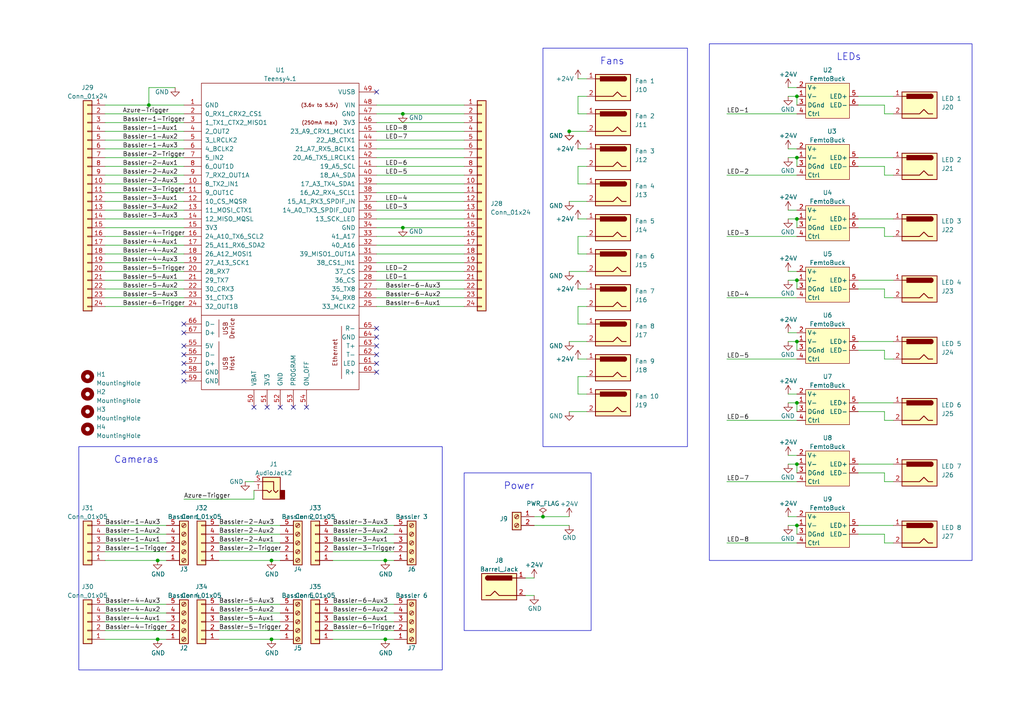
<source format=kicad_sch>
(kicad_sch (version 20230121) (generator eeschema)
  (paper "A4")
  (lib_symbols
    (symbol "Connector:Barrel_Jack" (pin_names (offset 1.016))
      (property "Reference" "J" (at 0 5.334 0))
      (property "Value" "Barrel_Jack" (at 0 -5.08 0))
      (symbol "Barrel_Jack_0_1"
        (rectangle (start -5.08 3.81) (end 5.08 -3.81) (stroke (width 0.254)) (fill (type background)))
        (arc (start -3.302 3.175) (mid -3.9343 2.54) (end -3.302 1.905) (stroke (width 0.254)))
        (arc (start -3.302 3.175) (mid -3.9343 2.54) (end -3.302 1.905) (stroke (width 0.254)) (fill (type outline)))
        (polyline (pts (xy 5.08 2.54) (xy 3.81 2.54)) (stroke (width 0.254)))
        (polyline (pts (xy -3.81 -2.54) (xy -2.54 -2.54) (xy -1.27 -1.27) (xy 0 -2.54) (xy 2.54 -2.54) (xy 5.08 -2.54)) (stroke (width 0.254)))
        (rectangle (start 3.683 3.175) (end -3.302 1.905) (stroke (width 0.254)) (fill (type outline)))
      )
      (symbol "Barrel_Jack_1_1"
        (pin passive line (at 7.62 2.54 180) (length 2.54) (name "~") (number "1"))
        (pin passive line (at 7.62 -2.54 180) (length 2.54) (name "~") (number "2"))
      )
    )
    (symbol "Connector:Screw_Terminal_01x02" (pin_names (offset 1.016) hide)
      (property "Reference" "J" (at 0 2.54 0))
      (property "Value" "Screw_Terminal_01x02" (at 0 -5.08 0))
      (symbol "Screw_Terminal_01x02_1_1"
        (rectangle (start -1.27 1.27) (end 1.27 -3.81) (stroke (width 0.254)) (fill (type background)))
        (circle (center 0 -2.54) (radius 0.635) (stroke (width 0.1524)))
        (polyline (pts (xy -0.5334 -2.2098) (xy 0.3302 -3.048)) (stroke (width 0.1524)))
        (polyline (pts (xy -0.5334 0.3302) (xy 0.3302 -0.508)) (stroke (width 0.1524)))
        (polyline (pts (xy -0.3556 -2.032) (xy 0.508 -2.8702)) (stroke (width 0.1524)))
        (polyline (pts (xy -0.3556 0.508) (xy 0.508 -0.3302)) (stroke (width 0.1524)))
        (circle (center 0 0) (radius 0.635) (stroke (width 0.1524)))
        (pin passive line (at -5.08 0 0) (length 3.81) (name "Pin_1") (number "1"))
        (pin passive line (at -5.08 -2.54 0) (length 3.81) (name "Pin_2") (number "2"))
      )
    )
    (symbol "Connector:Screw_Terminal_01x05" (pin_names (offset 1.016) hide)
      (property "Reference" "J" (at 0 7.62 0))
      (property "Value" "Screw_Terminal_01x05" (at 0 -7.62 0))
      (symbol "Screw_Terminal_01x05_1_1"
        (rectangle (start -1.27 6.35) (end 1.27 -6.35) (stroke (width 0.254)) (fill (type background)))
        (circle (center 0 -5.08) (radius 0.635) (stroke (width 0.1524)))
        (circle (center 0 -2.54) (radius 0.635) (stroke (width 0.1524)))
        (polyline (pts (xy -0.5334 -4.7498) (xy 0.3302 -5.588)) (stroke (width 0.1524)))
        (polyline (pts (xy -0.5334 -2.2098) (xy 0.3302 -3.048)) (stroke (width 0.1524)))
        (polyline (pts (xy -0.5334 0.3302) (xy 0.3302 -0.508)) (stroke (width 0.1524)))
        (polyline (pts (xy -0.5334 2.8702) (xy 0.3302 2.032)) (stroke (width 0.1524)))
        (polyline (pts (xy -0.5334 5.4102) (xy 0.3302 4.572)) (stroke (width 0.1524)))
        (polyline (pts (xy -0.3556 -4.572) (xy 0.508 -5.4102)) (stroke (width 0.1524)))
        (polyline (pts (xy -0.3556 -2.032) (xy 0.508 -2.8702)) (stroke (width 0.1524)))
        (polyline (pts (xy -0.3556 0.508) (xy 0.508 -0.3302)) (stroke (width 0.1524)))
        (polyline (pts (xy -0.3556 3.048) (xy 0.508 2.2098)) (stroke (width 0.1524)))
        (polyline (pts (xy -0.3556 5.588) (xy 0.508 4.7498)) (stroke (width 0.1524)))
        (circle (center 0 0) (radius 0.635) (stroke (width 0.1524)))
        (circle (center 0 2.54) (radius 0.635) (stroke (width 0.1524)))
        (circle (center 0 5.08) (radius 0.635) (stroke (width 0.1524)))
        (pin passive line (at -5.08 5.08 0) (length 3.81) (name "Pin_1") (number "1"))
        (pin passive line (at -5.08 2.54 0) (length 3.81) (name "Pin_2") (number "2"))
        (pin passive line (at -5.08 0 0) (length 3.81) (name "Pin_3") (number "3"))
        (pin passive line (at -5.08 -2.54 0) (length 3.81) (name "Pin_4") (number "4"))
        (pin passive line (at -5.08 -5.08 0) (length 3.81) (name "Pin_5") (number "5"))
      )
    )
    (symbol "Connector_Audio:AudioJack2"
      (property "Reference" "J" (at 0 8.89 0))
      (property "Value" "AudioJack2" (at 0 6.35 0))
      (symbol "AudioJack2_0_1"
        (rectangle (start -3.81 0) (end -2.54 -2.54) (stroke (width 0.254)) (fill (type outline)))
        (rectangle (start -2.54 3.81) (end 2.54 -2.54) (stroke (width 0.254)) (fill (type background)))
        (polyline (pts (xy 0 0) (xy 0.635 -0.635) (xy 1.27 0) (xy 2.54 0)) (stroke (width 0.254)))
        (polyline (pts (xy 2.54 2.54) (xy -0.635 2.54) (xy -0.635 0) (xy -1.27 -0.635) (xy -1.905 0)) (stroke (width 0.254)))
      )
      (symbol "AudioJack2_1_1"
        (pin passive line (at 5.08 2.54 180) (length 2.54) (name "~") (number "S"))
        (pin passive line (at 5.08 0 180) (length 2.54) (name "~") (number "T"))
      )
    )
    (symbol "Connector_Generic:Conn_01x05" (pin_names (offset 1.016) hide)
      (property "Reference" "J" (at 0 7.62 0))
      (property "Value" "Conn_01x05" (at 0 -7.62 0))
      (symbol "Conn_01x05_1_1"
        (rectangle (start -1.27 -4.953) (end 0 -5.207) (stroke (width 0.1524)))
        (rectangle (start -1.27 -2.413) (end 0 -2.667) (stroke (width 0.1524)))
        (rectangle (start -1.27 0.127) (end 0 -0.127) (stroke (width 0.1524)))
        (rectangle (start -1.27 2.667) (end 0 2.413) (stroke (width 0.1524)))
        (rectangle (start -1.27 5.207) (end 0 4.953) (stroke (width 0.1524)))
        (rectangle (start -1.27 6.35) (end 1.27 -6.35) (stroke (width 0.254)) (fill (type background)))
        (pin passive line (at -5.08 5.08 0) (length 3.81) (name "Pin_1") (number "1"))
        (pin passive line (at -5.08 2.54 0) (length 3.81) (name "Pin_2") (number "2"))
        (pin passive line (at -5.08 0 0) (length 3.81) (name "Pin_3") (number "3"))
        (pin passive line (at -5.08 -2.54 0) (length 3.81) (name "Pin_4") (number "4"))
        (pin passive line (at -5.08 -5.08 0) (length 3.81) (name "Pin_5") (number "5"))
      )
    )
    (symbol "Connector_Generic:Conn_01x24" (pin_names (offset 1.016) hide)
      (property "Reference" "J" (at 0 30.48 0))
      (property "Value" "Conn_01x24" (at 0 -33.02 0))
      (symbol "Conn_01x24_1_1"
        (rectangle (start -1.27 -30.353) (end 0 -30.607) (stroke (width 0.1524)))
        (rectangle (start -1.27 -27.813) (end 0 -28.067) (stroke (width 0.1524)))
        (rectangle (start -1.27 -25.273) (end 0 -25.527) (stroke (width 0.1524)))
        (rectangle (start -1.27 -22.733) (end 0 -22.987) (stroke (width 0.1524)))
        (rectangle (start -1.27 -20.193) (end 0 -20.447) (stroke (width 0.1524)))
        (rectangle (start -1.27 -17.653) (end 0 -17.907) (stroke (width 0.1524)))
        (rectangle (start -1.27 -15.113) (end 0 -15.367) (stroke (width 0.1524)))
        (rectangle (start -1.27 -12.573) (end 0 -12.827) (stroke (width 0.1524)))
        (rectangle (start -1.27 -10.033) (end 0 -10.287) (stroke (width 0.1524)))
        (rectangle (start -1.27 -7.493) (end 0 -7.747) (stroke (width 0.1524)))
        (rectangle (start -1.27 -4.953) (end 0 -5.207) (stroke (width 0.1524)))
        (rectangle (start -1.27 -2.413) (end 0 -2.667) (stroke (width 0.1524)))
        (rectangle (start -1.27 0.127) (end 0 -0.127) (stroke (width 0.1524)))
        (rectangle (start -1.27 2.667) (end 0 2.413) (stroke (width 0.1524)))
        (rectangle (start -1.27 5.207) (end 0 4.953) (stroke (width 0.1524)))
        (rectangle (start -1.27 7.747) (end 0 7.493) (stroke (width 0.1524)))
        (rectangle (start -1.27 10.287) (end 0 10.033) (stroke (width 0.1524)))
        (rectangle (start -1.27 12.827) (end 0 12.573) (stroke (width 0.1524)))
        (rectangle (start -1.27 15.367) (end 0 15.113) (stroke (width 0.1524)))
        (rectangle (start -1.27 17.907) (end 0 17.653) (stroke (width 0.1524)))
        (rectangle (start -1.27 20.447) (end 0 20.193) (stroke (width 0.1524)))
        (rectangle (start -1.27 22.987) (end 0 22.733) (stroke (width 0.1524)))
        (rectangle (start -1.27 25.527) (end 0 25.273) (stroke (width 0.1524)))
        (rectangle (start -1.27 28.067) (end 0 27.813) (stroke (width 0.1524)))
        (rectangle (start -1.27 29.21) (end 1.27 -31.75) (stroke (width 0.254)) (fill (type background)))
        (pin passive line (at -5.08 27.94 0) (length 3.81) (name "Pin_1") (number "1"))
        (pin passive line (at -5.08 5.08 0) (length 3.81) (name "Pin_10") (number "10"))
        (pin passive line (at -5.08 2.54 0) (length 3.81) (name "Pin_11") (number "11"))
        (pin passive line (at -5.08 0 0) (length 3.81) (name "Pin_12") (number "12"))
        (pin passive line (at -5.08 -2.54 0) (length 3.81) (name "Pin_13") (number "13"))
        (pin passive line (at -5.08 -5.08 0) (length 3.81) (name "Pin_14") (number "14"))
        (pin passive line (at -5.08 -7.62 0) (length 3.81) (name "Pin_15") (number "15"))
        (pin passive line (at -5.08 -10.16 0) (length 3.81) (name "Pin_16") (number "16"))
        (pin passive line (at -5.08 -12.7 0) (length 3.81) (name "Pin_17") (number "17"))
        (pin passive line (at -5.08 -15.24 0) (length 3.81) (name "Pin_18") (number "18"))
        (pin passive line (at -5.08 -17.78 0) (length 3.81) (name "Pin_19") (number "19"))
        (pin passive line (at -5.08 25.4 0) (length 3.81) (name "Pin_2") (number "2"))
        (pin passive line (at -5.08 -20.32 0) (length 3.81) (name "Pin_20") (number "20"))
        (pin passive line (at -5.08 -22.86 0) (length 3.81) (name "Pin_21") (number "21"))
        (pin passive line (at -5.08 -25.4 0) (length 3.81) (name "Pin_22") (number "22"))
        (pin passive line (at -5.08 -27.94 0) (length 3.81) (name "Pin_23") (number "23"))
        (pin passive line (at -5.08 -30.48 0) (length 3.81) (name "Pin_24") (number "24"))
        (pin passive line (at -5.08 22.86 0) (length 3.81) (name "Pin_3") (number "3"))
        (pin passive line (at -5.08 20.32 0) (length 3.81) (name "Pin_4") (number "4"))
        (pin passive line (at -5.08 17.78 0) (length 3.81) (name "Pin_5") (number "5"))
        (pin passive line (at -5.08 15.24 0) (length 3.81) (name "Pin_6") (number "6"))
        (pin passive line (at -5.08 12.7 0) (length 3.81) (name "Pin_7") (number "7"))
        (pin passive line (at -5.08 10.16 0) (length 3.81) (name "Pin_8") (number "8"))
        (pin passive line (at -5.08 7.62 0) (length 3.81) (name "Pin_9") (number "9"))
      )
    )
    (symbol "Local_Library:FemtoBuck"
      (property "Reference" "U" (at -1.27 2.54 0))
      (property "Value" "FemtoBuck" (at 1.27 -10.16 0))
      (symbol "FemtoBuck_1_1"
        (rectangle (start -5.08 1.27) (end 7.62 -8.89) (fill (type background)))
        (pin power_in line (at -7.62 -2.54 0) (length 2.54) (name "V-") (number "1"))
        (pin power_in line (at -7.62 0 0) (length 2.54) (name "V+") (number "2"))
        (pin input line (at -7.62 -5.08 0) (length 2.54) (name "DGnd") (number "3"))
        (pin input line (at -7.62 -7.62 0) (length 2.54) (name "Ctrl") (number "4"))
        (pin power_out line (at 10.16 -2.54 180) (length 2.54) (name "LED+") (number "5"))
        (pin power_out line (at 10.16 -5.08 180) (length 2.54) (name "LED-") (number "6"))
      )
    )
    (symbol "Mechanical:MountingHole" (pin_names (offset 1.016))
      (property "Reference" "H" (at 0 5.08 0))
      (property "Value" "MountingHole" (at 0 3.175 0))
      (symbol "MountingHole_0_1"
        (circle (center 0 0) (radius 1.27) (stroke (width 1.27)))
      )
    )
    (symbol "power:+24V" (power) (pin_names (offset 0))
      (property "Value" "+24V" (at 0 3.556 0))
      (symbol "+24V_0_1"
        (polyline (pts (xy -0.762 1.27) (xy 0 2.54)))
        (polyline (pts (xy 0 0) (xy 0 2.54)))
        (polyline (pts (xy 0 2.54) (xy 0.762 1.27)))
      )
      (symbol "+24V_1_1"
        (pin power_in line (at 0 0 90) (length 0) hide (name "+24V") (number "1"))
      )
    )
    (symbol "power:GND" (power) (pin_names (offset 0))
      (property "Value" "GND" (at 0 -3.81 0))
      (symbol "GND_0_1"
        (polyline (pts (xy 0 0) (xy 0 -1.27) (xy 1.27 -1.27) (xy 0 -2.54) (xy -1.27 -1.27) (xy 0 -1.27)))
      )
      (symbol "GND_1_1"
        (pin power_in line (at 0 0 270) (length 0) hide (name "GND") (number "1"))
      )
    )
    (symbol "power:PWR_FLAG" (power) (pin_numbers hide) (pin_names (offset 0) hide)
      (property "Value" "PWR_FLAG" (at 0 3.81 0))
      (symbol "PWR_FLAG_0_0"
        (pin power_out line (at 0 0 90) (length 0) (name "pwr") (number "1"))
      )
      (symbol "PWR_FLAG_0_1"
        (polyline (pts (xy 0 0) (xy 0 1.27) (xy -1.016 1.905) (xy 0 2.54) (xy 1.016 1.905) (xy 0 1.27)))
      )
    )
    (symbol "teensy:Teensy4.1" (pin_names (offset 1.016))
      (property "Reference" "U" (at 0 64.77 0))
      (property "Value" "Teensy4.1" (at 0 62.23 0))
      (symbol "Teensy4.1_0_0"
        (polyline (pts (xy -22.86 -6.35) (xy 22.86 -6.35)))
        (polyline (pts (xy -17.78 -26.67) (xy -17.78 -13.97)))
        (polyline (pts (xy -17.78 -7.62) (xy -17.78 -12.7)))
        (polyline (pts (xy 17.78 -9.525) (xy 17.78 -24.765)))
        (text "(250mA max)" (at 11.43 49.53 0) (effects (font (size 1.016 1.016))))
        (text "(3.6v to 5.5v)" (at 11.43 54.61 0) (effects (font (size 1.016 1.016))))
        (text "Device" (at -13.97 -10.16 900) (effects (font (size 1.27 1.27))))
        (text "Ethernet" (at 15.875 -17.145 900) (effects (font (size 1.27 1.27))))
        (text "Host" (at -13.97 -20.32 900) (effects (font (size 1.27 1.27))))
        (text "USB" (at -15.875 -20.32 900) (effects (font (size 1.27 1.27))))
        (text "USB" (at -15.875 -10.16 900) (effects (font (size 1.27 1.27))))
        (pin bidirectional line (at -27.94 31.75 0) (length 5.08) (name "8_TX2_IN1") (number "10"))
        (pin bidirectional line (at -27.94 29.21 0) (length 5.08) (name "9_OUT1C") (number "11"))
        (pin bidirectional line (at -27.94 26.67 0) (length 5.08) (name "10_CS_MQSR") (number "12"))
        (pin bidirectional line (at -27.94 24.13 0) (length 5.08) (name "11_MOSI_CTX1") (number "13"))
        (pin bidirectional line (at -27.94 21.59 0) (length 5.08) (name "12_MISO_MQSL") (number "14"))
        (pin power_in line (at -27.94 19.05 0) (length 5.08) (name "3V3") (number "15"))
        (pin bidirectional line (at -27.94 16.51 0) (length 5.08) (name "24_A10_TX6_SCL2") (number "16"))
        (pin bidirectional line (at -27.94 13.97 0) (length 5.08) (name "25_A11_RX6_SDA2") (number "17"))
        (pin bidirectional line (at -27.94 11.43 0) (length 5.08) (name "26_A12_MOSI1") (number "18"))
        (pin bidirectional line (at -27.94 8.89 0) (length 5.08) (name "27_A13_SCK1") (number "19"))
        (pin bidirectional line (at -27.94 6.35 0) (length 5.08) (name "28_RX7") (number "20"))
        (pin bidirectional line (at -27.94 3.81 0) (length 5.08) (name "29_TX7") (number "21"))
        (pin bidirectional line (at -27.94 1.27 0) (length 5.08) (name "30_CRX3") (number "22"))
        (pin bidirectional line (at -27.94 -1.27 0) (length 5.08) (name "31_CTX3") (number "23"))
        (pin bidirectional line (at -27.94 -3.81 0) (length 5.08) (name "32_OUT1B") (number "24"))
        (pin bidirectional line (at 27.94 -3.81 180) (length 5.08) (name "33_MCLK2") (number "25"))
        (pin bidirectional line (at 27.94 -1.27 180) (length 5.08) (name "34_RX8") (number "26"))
        (pin bidirectional line (at 27.94 1.27 180) (length 5.08) (name "35_TX8") (number "27"))
        (pin bidirectional line (at 27.94 3.81 180) (length 5.08) (name "36_CS") (number "28"))
        (pin bidirectional line (at 27.94 6.35 180) (length 5.08) (name "37_CS") (number "29"))
        (pin bidirectional line (at 27.94 8.89 180) (length 5.08) (name "38_CS1_IN1") (number "30"))
        (pin bidirectional line (at 27.94 11.43 180) (length 5.08) (name "39_MISO1_OUT1A") (number "31"))
        (pin bidirectional line (at 27.94 13.97 180) (length 5.08) (name "40_A16") (number "32"))
        (pin bidirectional line (at 27.94 16.51 180) (length 5.08) (name "41_A17") (number "33"))
        (pin bidirectional line (at 27.94 21.59 180) (length 5.08) (name "13_SCK_LED") (number "35"))
        (pin bidirectional line (at 27.94 24.13 180) (length 5.08) (name "14_A0_TX3_SPDIF_OUT") (number "36"))
        (pin bidirectional line (at 27.94 26.67 180) (length 5.08) (name "15_A1_RX3_SPDIF_IN") (number "37"))
        (pin bidirectional line (at 27.94 29.21 180) (length 5.08) (name "16_A2_RX4_SCL1") (number "38"))
        (pin bidirectional line (at 27.94 31.75 180) (length 5.08) (name "17_A3_TX4_SDA1") (number "39"))
        (pin bidirectional line (at 27.94 34.29 180) (length 5.08) (name "18_A4_SDA") (number "40"))
        (pin bidirectional line (at 27.94 36.83 180) (length 5.08) (name "19_A5_SCL") (number "41"))
        (pin bidirectional line (at 27.94 39.37 180) (length 5.08) (name "20_A6_TX5_LRCLK1") (number "42"))
        (pin bidirectional line (at 27.94 41.91 180) (length 5.08) (name "21_A7_RX5_BCLK1") (number "43"))
        (pin bidirectional line (at 27.94 44.45 180) (length 5.08) (name "22_A8_CTX1") (number "44"))
        (pin bidirectional line (at 27.94 46.99 180) (length 5.08) (name "23_A9_CRX1_MCLK1") (number "45"))
        (pin output line (at 27.94 49.53 180) (length 5.08) (name "3V3") (number "46"))
        (pin output line (at 27.94 52.07 180) (length 5.08) (name "GND") (number "47"))
        (pin power_in line (at 27.94 54.61 180) (length 5.08) (name "VIN") (number "48"))
        (pin power_out line (at 27.94 58.42 180) (length 5.08) (name "VUSB") (number "49"))
        (pin bidirectional line (at -27.94 44.45 0) (length 5.08) (name "3_LRCLK2") (number "5"))
        (pin power_in line (at -7.62 -33.02 90) (length 5.08) (name "VBAT") (number "50"))
        (pin power_in line (at -3.81 -33.02 90) (length 5.08) (name "3V3") (number "51"))
        (pin input line (at 0 -33.02 90) (length 5.08) (name "GND") (number "52"))
        (pin input line (at 3.81 -33.02 90) (length 5.08) (name "PROGRAM") (number "53"))
        (pin input line (at 7.62 -33.02 90) (length 5.08) (name "ON_OFF") (number "54"))
        (pin power_out line (at -27.94 -15.24 0) (length 5.08) (name "5V") (number "55"))
        (pin bidirectional line (at -27.94 -17.78 0) (length 5.08) (name "D-") (number "56"))
        (pin bidirectional line (at -27.94 -20.32 0) (length 5.08) (name "D+") (number "57"))
        (pin power_in line (at -27.94 -22.86 0) (length 5.08) (name "GND") (number "58"))
        (pin power_in line (at -27.94 -25.4 0) (length 5.08) (name "GND") (number "59"))
        (pin bidirectional line (at -27.94 41.91 0) (length 5.08) (name "4_BCLK2") (number "6"))
        (pin bidirectional line (at 27.94 -22.86 180) (length 5.08) (name "R+") (number "60"))
        (pin bidirectional line (at 27.94 -20.32 180) (length 5.08) (name "LED") (number "61"))
        (pin bidirectional line (at 27.94 -17.78 180) (length 5.08) (name "T-") (number "62"))
        (pin bidirectional line (at 27.94 -15.24 180) (length 5.08) (name "T+") (number "63"))
        (pin power_in line (at 27.94 -12.7 180) (length 5.08) (name "GND") (number "64"))
        (pin bidirectional line (at 27.94 -10.16 180) (length 5.08) (name "R-") (number "65"))
        (pin bidirectional line (at -27.94 -8.89 0) (length 5.08) (name "D-") (number "66"))
        (pin bidirectional line (at -27.94 -11.43 0) (length 5.08) (name "D+") (number "67"))
        (pin bidirectional line (at -27.94 39.37 0) (length 5.08) (name "5_IN2") (number "7"))
        (pin bidirectional line (at -27.94 36.83 0) (length 5.08) (name "6_OUT1D") (number "8"))
        (pin bidirectional line (at -27.94 34.29 0) (length 5.08) (name "7_RX2_OUT1A") (number "9"))
      )
      (symbol "Teensy4.1_0_1"
        (rectangle (start -22.86 60.96) (end 22.86 -27.94))
        (rectangle (start -20.32 -1.27) (end -20.32 -1.27))
      )
      (symbol "Teensy4.1_1_1"
        (pin power_in line (at -27.94 54.61 0) (length 5.08) (name "GND") (number "1"))
        (pin bidirectional line (at -27.94 52.07 0) (length 5.08) (name "0_RX1_CRX2_CS1") (number "2"))
        (pin bidirectional line (at -27.94 49.53 0) (length 5.08) (name "1_TX1_CTX2_MISO1") (number "3"))
        (pin power_in line (at 27.94 19.05 180) (length 5.08) (name "GND") (number "34"))
        (pin bidirectional line (at -27.94 46.99 0) (length 5.08) (name "2_OUT2") (number "4"))
      )
    )
  )
  (junction (at 78.74 162.56))
  (junction (at 111.76 162.56))
  (junction (at 43.18 30.48))
  (junction (at 157.48 149.86))
  (junction (at 231.14 27.94))
  (junction (at 45.72 185.42))
  (junction (at 111.76 185.42))
  (junction (at 231.14 45.72))
  (junction (at 78.74 185.42))
  (junction (at 231.14 63.5))
  (junction (at 45.72 162.56))
  (junction (at 165.1 38.1))
  (junction (at 231.14 134.62))
  (junction (at 231.14 152.4))
  (junction (at 116.84 33.02))
  (junction (at 231.14 81.28))
  (junction (at 116.84 66.04))
  (junction (at 231.14 116.84))
  (junction (at 231.14 99.06))
  (no_connect (at 53.34 96.52))
  (no_connect (at 109.22 102.87))
  (no_connect (at 109.22 95.25))
  (no_connect (at 53.34 110.49))
  (no_connect (at 53.34 105.41))
  (no_connect (at 73.66 118.11))
  (no_connect (at 81.28 118.11))
  (no_connect (at 109.22 105.41))
  (no_connect (at 77.47 118.11))
  (no_connect (at 53.34 102.87))
  (no_connect (at 109.22 100.33))
  (no_connect (at 109.22 26.67))
  (no_connect (at 53.34 107.95))
  (no_connect (at 53.34 100.33))
  (no_connect (at 53.34 93.98))
  (no_connect (at 109.22 107.95))
  (no_connect (at 85.09 118.11))
  (no_connect (at 109.22 97.79))
  (no_connect (at 88.9 118.11))
  (wire (pts (xy 210.82 139.7) (xy 231.14 139.7)))
  (wire (pts (xy 256.54 154.94) (xy 256.54 157.48)))
  (wire (pts (xy 165.1 38.1) (xy 170.18 38.1)))
  (wire (pts (xy 30.48 40.64) (xy 53.34 40.64)))
  (wire (pts (xy 228.6 134.62) (xy 231.14 134.62)))
  (wire (pts (xy 167.64 83.82) (xy 170.18 83.82)))
  (wire (pts (xy 248.92 81.28) (xy 259.08 81.28)))
  (wire (pts (xy 228.6 27.94) (xy 231.14 27.94)))
  (wire (pts (xy 167.64 73.66) (xy 170.18 73.66)))
  (wire (pts (xy 30.48 35.56) (xy 53.34 35.56)))
  (wire (pts (xy 109.22 81.28) (xy 134.62 81.28)))
  (wire (pts (xy 109.22 63.5) (xy 134.62 63.5)))
  (wire (pts (xy 256.54 104.14) (xy 259.08 104.14)))
  (wire (pts (xy 256.54 137.16) (xy 256.54 139.7)))
  (wire (pts (xy 228.6 96.52) (xy 231.14 96.52)))
  (wire (pts (xy 30.48 180.34) (xy 48.26 180.34)))
  (wire (pts (xy 165.1 78.74) (xy 170.18 78.74)))
  (wire (pts (xy 228.6 99.06) (xy 231.14 99.06)))
  (wire (pts (xy 109.22 76.2) (xy 134.62 76.2)))
  (wire (pts (xy 30.48 33.02) (xy 53.34 33.02)))
  (wire (pts (xy 96.52 154.94) (xy 114.3 154.94)))
  (wire (pts (xy 248.92 116.84) (xy 259.08 116.84)))
  (wire (pts (xy 30.48 58.42) (xy 53.34 58.42)))
  (wire (pts (xy 63.5 162.56) (xy 78.74 162.56)))
  (wire (pts (xy 109.22 50.8) (xy 134.62 50.8)))
  (wire (pts (xy 231.14 63.5) (xy 231.14 66.04)))
  (wire (pts (xy 109.22 40.64) (xy 134.62 40.64)))
  (wire (pts (xy 63.5 185.42) (xy 78.74 185.42)))
  (wire (pts (xy 167.64 53.34) (xy 170.18 53.34)))
  (wire (pts (xy 167.64 43.18) (xy 170.18 43.18)))
  (wire (pts (xy 248.92 27.94) (xy 259.08 27.94)))
  (wire (pts (xy 165.1 119.38) (xy 170.18 119.38)))
  (wire (pts (xy 210.82 104.14) (xy 231.14 104.14)))
  (wire (pts (xy 30.48 48.26) (xy 53.34 48.26)))
  (wire (pts (xy 231.14 116.84) (xy 231.14 119.38)))
  (wire (pts (xy 63.5 175.26) (xy 81.28 175.26)))
  (wire (pts (xy 96.52 152.4) (xy 114.3 152.4)))
  (wire (pts (xy 167.64 109.22) (xy 167.64 114.3)))
  (wire (pts (xy 167.64 22.86) (xy 170.18 22.86)))
  (wire (pts (xy 248.92 134.62) (xy 259.08 134.62)))
  (wire (pts (xy 248.92 30.48) (xy 256.54 30.48)))
  (wire (pts (xy 231.14 27.94) (xy 231.14 30.48)))
  (wire (pts (xy 167.64 88.9) (xy 167.64 93.98)))
  (wire (pts (xy 109.22 78.74) (xy 134.62 78.74)))
  (wire (pts (xy 73.66 139.7) (xy 71.12 139.7)))
  (wire (pts (xy 167.64 33.02) (xy 170.18 33.02)))
  (wire (pts (xy 109.22 83.82) (xy 134.62 83.82)))
  (wire (pts (xy 248.92 99.06) (xy 259.08 99.06)))
  (wire (pts (xy 152.4 167.64) (xy 154.94 167.64)))
  (wire (pts (xy 30.48 68.58) (xy 53.34 68.58)))
  (wire (pts (xy 30.48 177.8) (xy 48.26 177.8)))
  (wire (pts (xy 248.92 63.5) (xy 259.08 63.5)))
  (wire (pts (xy 165.1 99.06) (xy 170.18 99.06)))
  (wire (pts (xy 248.92 45.72) (xy 259.08 45.72)))
  (wire (pts (xy 73.66 142.24) (xy 73.66 144.78)))
  (wire (pts (xy 109.22 53.34) (xy 134.62 53.34)))
  (wire (pts (xy 167.64 93.98) (xy 170.18 93.98)))
  (wire (pts (xy 167.64 68.58) (xy 167.64 73.66)))
  (wire (pts (xy 256.54 101.6) (xy 256.54 104.14)))
  (wire (pts (xy 30.48 83.82) (xy 53.34 83.82)))
  (wire (pts (xy 231.14 81.28) (xy 231.14 83.82)))
  (wire (pts (xy 30.48 182.88) (xy 48.26 182.88)))
  (wire (pts (xy 167.64 27.94) (xy 170.18 27.94)))
  (wire (pts (xy 109.22 30.48) (xy 134.62 30.48)))
  (wire (pts (xy 30.48 152.4) (xy 48.26 152.4)))
  (wire (pts (xy 210.82 157.48) (xy 231.14 157.48)))
  (wire (pts (xy 116.84 33.02) (xy 134.62 33.02)))
  (wire (pts (xy 248.92 83.82) (xy 256.54 83.82)))
  (wire (pts (xy 63.5 182.88) (xy 81.28 182.88)))
  (wire (pts (xy 167.64 88.9) (xy 170.18 88.9)))
  (wire (pts (xy 228.6 114.3) (xy 231.14 114.3)))
  (wire (pts (xy 167.64 104.14) (xy 170.18 104.14)))
  (wire (pts (xy 30.48 78.74) (xy 53.34 78.74)))
  (wire (pts (xy 231.14 152.4) (xy 231.14 154.94)))
  (wire (pts (xy 78.74 185.42) (xy 81.28 185.42)))
  (wire (pts (xy 109.22 71.12) (xy 134.62 71.12)))
  (wire (pts (xy 167.64 109.22) (xy 170.18 109.22)))
  (wire (pts (xy 109.22 68.58) (xy 134.62 68.58)))
  (wire (pts (xy 109.22 43.18) (xy 134.62 43.18)))
  (wire (pts (xy 228.6 78.74) (xy 231.14 78.74)))
  (wire (pts (xy 111.76 185.42) (xy 114.3 185.42)))
  (wire (pts (xy 63.5 180.34) (xy 81.28 180.34)))
  (wire (pts (xy 228.6 45.72) (xy 231.14 45.72)))
  (wire (pts (xy 167.64 48.26) (xy 167.64 53.34)))
  (wire (pts (xy 43.18 25.4) (xy 43.18 30.48)))
  (wire (pts (xy 96.52 162.56) (xy 111.76 162.56)))
  (wire (pts (xy 228.6 116.84) (xy 231.14 116.84)))
  (wire (pts (xy 231.14 45.72) (xy 231.14 48.26)))
  (wire (pts (xy 228.6 60.96) (xy 231.14 60.96)))
  (wire (pts (xy 30.48 73.66) (xy 53.34 73.66)))
  (wire (pts (xy 30.48 160.02) (xy 48.26 160.02)))
  (wire (pts (xy 256.54 30.48) (xy 256.54 33.02)))
  (wire (pts (xy 109.22 60.96) (xy 134.62 60.96)))
  (wire (pts (xy 30.48 76.2) (xy 53.34 76.2)))
  (wire (pts (xy 109.22 45.72) (xy 134.62 45.72)))
  (wire (pts (xy 30.48 157.48) (xy 48.26 157.48)))
  (wire (pts (xy 154.94 152.4) (xy 165.1 152.4)))
  (wire (pts (xy 43.18 30.48) (xy 53.34 30.48)))
  (wire (pts (xy 30.48 154.94) (xy 48.26 154.94)))
  (wire (pts (xy 96.52 157.48) (xy 114.3 157.48)))
  (wire (pts (xy 210.82 68.58) (xy 231.14 68.58)))
  (wire (pts (xy 96.52 160.02) (xy 114.3 160.02)))
  (wire (pts (xy 167.64 114.3) (xy 170.18 114.3)))
  (wire (pts (xy 30.48 86.36) (xy 53.34 86.36)))
  (wire (pts (xy 256.54 33.02) (xy 259.08 33.02)))
  (wire (pts (xy 45.72 185.42) (xy 48.26 185.42)))
  (wire (pts (xy 96.52 175.26) (xy 114.3 175.26)))
  (wire (pts (xy 256.54 66.04) (xy 256.54 68.58)))
  (wire (pts (xy 109.22 33.02) (xy 116.84 33.02)))
  (wire (pts (xy 248.92 137.16) (xy 256.54 137.16)))
  (wire (pts (xy 30.48 185.42) (xy 45.72 185.42)))
  (wire (pts (xy 152.4 172.72) (xy 154.94 172.72)))
  (wire (pts (xy 248.92 152.4) (xy 259.08 152.4)))
  (wire (pts (xy 109.22 88.9) (xy 134.62 88.9)))
  (wire (pts (xy 109.22 48.26) (xy 134.62 48.26)))
  (wire (pts (xy 228.6 149.86) (xy 231.14 149.86)))
  (wire (pts (xy 248.92 119.38) (xy 256.54 119.38)))
  (wire (pts (xy 30.48 162.56) (xy 45.72 162.56)))
  (wire (pts (xy 248.92 154.94) (xy 256.54 154.94)))
  (wire (pts (xy 109.22 55.88) (xy 134.62 55.88)))
  (wire (pts (xy 30.48 43.18) (xy 53.34 43.18)))
  (wire (pts (xy 256.54 119.38) (xy 256.54 121.92)))
  (wire (pts (xy 109.22 66.04) (xy 116.84 66.04)))
  (wire (pts (xy 167.64 68.58) (xy 170.18 68.58)))
  (wire (pts (xy 256.54 48.26) (xy 256.54 50.8)))
  (wire (pts (xy 228.6 152.4) (xy 231.14 152.4)))
  (wire (pts (xy 30.48 81.28) (xy 53.34 81.28)))
  (wire (pts (xy 167.64 48.26) (xy 170.18 48.26)))
  (wire (pts (xy 78.74 162.56) (xy 81.28 162.56)))
  (wire (pts (xy 96.52 185.42) (xy 111.76 185.42)))
  (wire (pts (xy 165.1 58.42) (xy 170.18 58.42)))
  (wire (pts (xy 210.82 86.36) (xy 231.14 86.36)))
  (wire (pts (xy 30.48 38.1) (xy 53.34 38.1)))
  (wire (pts (xy 256.54 121.92) (xy 259.08 121.92)))
  (wire (pts (xy 50.8 25.4) (xy 43.18 25.4)))
  (wire (pts (xy 154.94 149.86) (xy 157.48 149.86)))
  (wire (pts (xy 109.22 86.36) (xy 134.62 86.36)))
  (wire (pts (xy 231.14 134.62) (xy 231.14 137.16)))
  (wire (pts (xy 63.5 152.4) (xy 81.28 152.4)))
  (wire (pts (xy 256.54 83.82) (xy 256.54 86.36)))
  (wire (pts (xy 30.48 88.9) (xy 53.34 88.9)))
  (wire (pts (xy 96.52 182.88) (xy 114.3 182.88)))
  (wire (pts (xy 63.5 154.94) (xy 81.28 154.94)))
  (wire (pts (xy 111.76 162.56) (xy 114.3 162.56)))
  (wire (pts (xy 109.22 35.56) (xy 134.62 35.56)))
  (wire (pts (xy 256.54 157.48) (xy 259.08 157.48)))
  (wire (pts (xy 256.54 139.7) (xy 259.08 139.7)))
  (wire (pts (xy 30.48 45.72) (xy 53.34 45.72)))
  (wire (pts (xy 157.48 149.86) (xy 165.1 149.86)))
  (wire (pts (xy 45.72 162.56) (xy 48.26 162.56)))
  (wire (pts (xy 30.48 66.04) (xy 53.34 66.04)))
  (wire (pts (xy 248.92 48.26) (xy 256.54 48.26)))
  (wire (pts (xy 30.48 60.96) (xy 53.34 60.96)))
  (wire (pts (xy 30.48 55.88) (xy 53.34 55.88)))
  (wire (pts (xy 30.48 50.8) (xy 53.34 50.8)))
  (wire (pts (xy 116.84 66.04) (xy 134.62 66.04)))
  (wire (pts (xy 30.48 53.34) (xy 53.34 53.34)))
  (wire (pts (xy 210.82 33.02) (xy 231.14 33.02)))
  (wire (pts (xy 167.64 27.94) (xy 167.64 33.02)))
  (wire (pts (xy 30.48 71.12) (xy 53.34 71.12)))
  (wire (pts (xy 63.5 160.02) (xy 81.28 160.02)))
  (wire (pts (xy 228.6 63.5) (xy 231.14 63.5)))
  (wire (pts (xy 96.52 180.34) (xy 114.3 180.34)))
  (wire (pts (xy 30.48 63.5) (xy 53.34 63.5)))
  (wire (pts (xy 256.54 86.36) (xy 259.08 86.36)))
  (wire (pts (xy 167.64 63.5) (xy 170.18 63.5)))
  (wire (pts (xy 228.6 43.18) (xy 231.14 43.18)))
  (wire (pts (xy 228.6 132.08) (xy 231.14 132.08)))
  (wire (pts (xy 256.54 50.8) (xy 259.08 50.8)))
  (wire (pts (xy 109.22 58.42) (xy 134.62 58.42)))
  (wire (pts (xy 231.14 99.06) (xy 231.14 101.6)))
  (wire (pts (xy 63.5 157.48) (xy 81.28 157.48)))
  (wire (pts (xy 210.82 50.8) (xy 231.14 50.8)))
  (wire (pts (xy 63.5 177.8) (xy 81.28 177.8)))
  (wire (pts (xy 228.6 81.28) (xy 231.14 81.28)))
  (wire (pts (xy 248.92 101.6) (xy 256.54 101.6)))
  (wire (pts (xy 30.48 30.48) (xy 43.18 30.48)))
  (wire (pts (xy 30.48 175.26) (xy 48.26 175.26)))
  (wire (pts (xy 53.34 144.78) (xy 73.66 144.78)))
  (wire (pts (xy 109.22 73.66) (xy 134.62 73.66)))
  (wire (pts (xy 210.82 121.92) (xy 231.14 121.92)))
  (wire (pts (xy 228.6 25.4) (xy 231.14 25.4)))
  (wire (pts (xy 109.22 38.1) (xy 134.62 38.1)))
  (wire (pts (xy 256.54 68.58) (xy 259.08 68.58)))
  (wire (pts (xy 248.92 66.04) (xy 256.54 66.04)))
  (wire (pts (xy 96.52 177.8) (xy 114.3 177.8)))
  (rectangle (start 134.62 137.16) (end 171.45 182.88))
  (rectangle (start 205.74 12.7) (end 281.94 162.56))
  (rectangle (start 22.86 129.54) (end 128.27 194.31))
  (rectangle (start 157.48 13.97) (end 199.39 129.54))
  (text "Power" (at 146.05 142.24 0) (effects (font (size 2 2)) (justify left bottom)))
  (text "Fans" (at 173.99 19.05 0) (effects (font (size 2 2)) (justify left bottom)))
  (text "See #15: \nhttps://www.ledsupply.com/content/pdf/led-driver-luxdrive-buckpuck_documentation.pdf\n" (at -33.02 -8.89 0) (effects (font (size 1.27 1.27)) (justify left bottom)))
  (text "LEDs" (at 242.57 17.78 0) (effects (font (size 2 2)) (justify left bottom)))
  (text "Fuse if input > 32 V? (buckpuck limit)" (at -31.75 -15.24 0) (effects (font (size 1.27 1.27)) (justify left bottom)))
  (text "Cameras" (at 33.02 134.62 0) (effects (font (size 2 2)) (justify left bottom)))
  (label "Bassler-6-Trigger" (at 35.56 88.9 0))
  (label "Bassler-3-Aux1" (at 96.52 157.48 0))
  (label "Bassler-4-Aux2" (at 35.56 73.66 0))
  (label "Bassler-5-Aux3" (at 35.56 86.36 0))
  (label "LED-8" (at 210.82 157.48 0))
  (label "LED-7" (at 111.76 40.64 0))
  (label "Bassler-6-Aux3" (at 96.52 175.26 0))
  (label "Bassler-2-Aux1" (at 63.5 157.48 0))
  (label "Bassler-4-Aux1" (at 30.48 180.34 0))
  (label "Bassler-1-Aux3" (at 35.56 43.18 0))
  (label "Azure-Trigger" (at 53.34 144.78 0))
  (label "Bassler-5-Aux2" (at 35.56 83.82 0))
  (label "Bassler-1-Trigger" (at 35.56 35.56 0))
  (label "Azure-Trigger" (at 35.56 33.02 0))
  (label "LED-6" (at 210.82 121.92 0))
  (label "LED-3" (at 111.76 60.96 0))
  (label "Bassler-3-Aux1" (at 35.56 58.42 0))
  (label "Bassler-2-Aux1" (at 35.56 48.26 0))
  (label "Bassler-4-Aux3" (at 35.56 76.2 0))
  (label "Bassler-3-Aux3" (at 96.52 152.4 0))
  (label "Bassler-3-Aux2" (at 96.52 154.94 0))
  (label "Bassler-6-Aux2" (at 111.76 86.36 0))
  (label "Bassler-3-Trigger" (at 35.56 55.88 0))
  (label "Bassler-4-Trigger" (at 35.56 68.58 0))
  (label "Bassler-6-Trigger" (at 96.52 182.88 0))
  (label "Bassler-6-Aux3" (at 111.76 83.82 0))
  (label "Bassler-4-Aux2" (at 30.48 177.8 0))
  (label "Bassler-3-Trigger" (at 96.52 160.02 0))
  (label "Bassler-5-Aux2" (at 63.5 177.8 0))
  (label "Bassler-1-Aux2" (at 30.48 154.94 0))
  (label "Bassler-3-Aux3" (at 35.56 63.5 0))
  (label "Bassler-4-Aux1" (at 35.56 71.12 0))
  (label "Bassler-5-Aux3" (at 63.5 175.26 0))
  (label "LED-1" (at 111.76 81.28 0))
  (label "Bassler-1-Aux2" (at 35.56 40.64 0))
  (label "Bassler-1-Aux1" (at 35.56 38.1 0))
  (label "Bassler-4-Aux3" (at 30.48 175.26 0))
  (label "Bassler-2-Trigger" (at 35.56 45.72 0))
  (label "Bassler-6-Aux1" (at 96.52 180.34 0))
  (label "LED-4" (at 210.82 86.36 0))
  (label "Bassler-6-Aux1" (at 111.76 88.9 0))
  (label "Bassler-6-Aux2" (at 96.52 177.8 0))
  (label "Bassler-1-Trigger" (at 30.48 160.02 0))
  (label "Bassler-2-Aux3" (at 63.5 152.4 0))
  (label "Bassler-1-Aux3" (at 30.48 152.4 0))
  (label "Bassler-2-Aux2" (at 35.56 50.8 0))
  (label "LED-4" (at 111.76 58.42 0))
  (label "Bassler-5-Aux1" (at 35.56 81.28 0))
  (label "LED-2" (at 111.76 78.74 0))
  (label "Bassler-4-Trigger" (at 30.48 182.88 0))
  (label "Bassler-2-Aux3" (at 35.56 53.34 0))
  (label "LED-6" (at 111.76 48.26 0))
  (label "Bassler-5-Aux1" (at 63.5 180.34 0))
  (label "LED-5" (at 111.76 50.8 0))
  (label "Bassler-5-Trigger" (at 35.56 78.74 0))
  (label "Bassler-2-Aux2" (at 63.5 154.94 0))
  (label "Bassler-1-Aux1" (at 30.48 157.48 0))
  (label "Bassler-2-Trigger" (at 63.5 160.02 0))
  (label "Bassler-3-Aux2" (at 35.56 60.96 0))
  (label "LED-7" (at 210.82 139.7 0))
  (label "LED-3" (at 210.82 68.58 0))
  (label "LED-1" (at 210.82 33.02 0))
  (label "LED-5" (at 210.82 104.14 0))
  (label "Bassler-5-Trigger" (at 63.5 182.88 0))
  (label "LED-8" (at 111.76 38.1 0))
  (label "LED-2" (at 210.82 50.8 0))
  (symbol (lib_id "power:GND") (at 228.6 116.84 0) (unit 1)
    (property "Reference" "#PWR038" (effects hide))
    (property "Value" "GND" (at 228.4905 120.6482 0))
  )
  (symbol (lib_id "power:GND") (at 165.1 119.38 0) (unit 1)
    (property "Reference" "#PWR019" (effects hide))
    (property "Value" "GND" (at 161.29 120.65 0))
  )
  (symbol (lib_id "power:GND") (at 78.74 185.42 0) (unit 1)
    (property "Reference" "#PWR07" (effects hide))
    (property "Value" "GND" (at 78.871 189.3886 0))
  )
  (symbol (lib_id "Connector_Generic:Conn_01x05") (at 25.4 180.34 180) (unit 1)
    (property "Reference" "J30" (at 25.4 170.18 0))
    (property "Value" "Conn_01x05" (at 25.4 172.72 0))
    (property "Footprint" "Connector_PinHeader_2.54mm:PinHeader_1x05_P2.54mm_Vertical" (effects hide))
  )
  (symbol (lib_id "Connector:Barrel_Jack") (at 177.8 96.52 0) (mirror y) (unit 1)
    (property "Reference" "J17" (at 184.15 97.155 0) (effects (justify right)))
    (property "Value" "Fan 8" (at 184.15 94.615 0) (effects (justify right)))
    (property "Footprint" "SparkFun-Connectors:POWER_JACK_PTH" (effects hide))
  )
  (symbol (lib_id "Local_Library:FemtoBuck") (at 238.76 96.52 0) (unit 1)
    (property "Reference" "U6" (at 240.03 91.44 0))
    (property "Value" "FemtoBuck" (at 240.03 93.98 0))
    (property "Footprint" "Local Footprint Library:FemtoBuck" (effects hide))
  )
  (symbol (lib_id "Connector:Barrel_Jack") (at 266.7 154.94 0) (mirror y) (unit 1)
    (property "Reference" "J27" (at 273.05 155.575 0) (effects (justify right)))
    (property "Value" "LED 8" (at 273.05 153.035 0) (effects (justify right)))
    (property "Footprint" "SparkFun-Connectors:POWER_JACK_PTH" (effects hide))
  )
  (symbol (lib_id "Connector:Screw_Terminal_01x05") (at 119.38 180.34 0) (mirror x) (unit 1)
    (property "Reference" "J7" (at 119.38 187.96 0))
    (property "Value" "Bassler 6" (at 119.38 172.72 0))
    (property "Footprint" "SparkFun-Connectors:SCREWTERMINAL-3.5MM-5" (effects hide))
  )
  (symbol (lib_id "Connector:Barrel_Jack") (at 266.7 101.6 0) (mirror y) (unit 1)
    (property "Reference" "J24" (at 273.05 102.235 0) (effects (justify right)))
    (property "Value" "LED 5" (at 273.05 99.695 0) (effects (justify right)))
    (property "Footprint" "SparkFun-Connectors:POWER_JACK_PTH" (effects hide))
  )
  (symbol (lib_id "Mechanical:MountingHole") (at 25.4 124.46 0) (unit 1)
    (property "Reference" "H4" (at 27.94 123.825 0) (effects (justify left)))
    (property "Value" "MountingHole" (at 27.94 126.365 0) (effects (justify left)))
    (property "Footprint" "MountingHole:MountingHole_3.2mm_M3" (effects hide))
  )
  (symbol (lib_id "power:GND") (at 116.84 33.02 0) (unit 1)
    (property "Reference" "#PWR010" (effects hide))
    (property "Value" "GND" (at 120.6508 34.1065 0))
  )
  (symbol (lib_id "Connector:Barrel_Jack") (at 266.7 48.26 0) (mirror y) (unit 1)
    (property "Reference" "J21" (at 273.05 48.895 0) (effects (justify right)))
    (property "Value" "LED 2" (at 273.05 46.355 0) (effects (justify right)))
    (property "Footprint" "SparkFun-Connectors:POWER_JACK_PTH" (effects hide))
  )
  (symbol (lib_id "power:GND") (at 228.6 134.62 0) (unit 1)
    (property "Reference" "#PWR040" (effects hide))
    (property "Value" "GND" (at 228.4905 138.4282 0))
  )
  (symbol (lib_id "power:+24V") (at 167.64 104.14 0) (unit 1)
    (property "Reference" "#PWR026" (effects hide))
    (property "Value" "+24V" (at 163.83 104.14 0))
  )
  (symbol (lib_id "Connector:Screw_Terminal_01x02") (at 149.86 149.86 0) (mirror y) (unit 1)
    (property "Reference" "J9" (at 147.32 150.495 0) (effects (justify left)))
    (property "Value" "Screw_Terminal_01x02" (effects hide))
    (property "Footprint" "TerminalBlock:TerminalBlock_bornier-2_P5.08mm" (effects hide))
  )
  (symbol (lib_id "Connector:Barrel_Jack") (at 177.8 45.72 0) (mirror y) (unit 1)
    (property "Reference" "J12" (at 184.15 46.355 0) (effects (justify right)))
    (property "Value" "Fan 3" (at 184.15 43.815 0) (effects (justify right)))
    (property "Footprint" "SparkFun-Connectors:POWER_JACK_PTH" (effects hide))
  )
  (symbol (lib_id "Connector:Barrel_Jack") (at 266.7 30.48 0) (mirror y) (unit 1)
    (property "Reference" "J20" (at 273.05 31.115 0) (effects (justify right)))
    (property "Value" "LED 1" (at 273.05 28.575 0) (effects (justify right)))
    (property "Footprint" "SparkFun-Connectors:POWER_JACK_PTH" (effects hide))
  )
  (symbol (lib_id "power:GND") (at 165.1 38.1 0) (unit 1)
    (property "Reference" "#PWR014" (effects hide))
    (property "Value" "GND" (at 161.29 39.37 0))
  )
  (symbol (lib_id "Mechanical:MountingHole") (at 25.4 109.22 0) (unit 1)
    (property "Reference" "H1" (at 27.94 108.585 0) (effects (justify left)))
    (property "Value" "MountingHole" (at 27.94 111.125 0) (effects (justify left)))
    (property "Footprint" "MountingHole:MountingHole_3.2mm_M3" (effects hide))
  )
  (symbol (lib_id "Connector:Screw_Terminal_01x05") (at 119.38 157.48 0) (mirror x) (unit 1)
    (property "Reference" "J6" (at 119.38 165.1 0))
    (property "Value" "Bassler 3" (at 119.38 149.86 0))
    (property "Footprint" "SparkFun-Connectors:SCREWTERMINAL-3.5MM-5" (effects hide))
  )
  (symbol (lib_id "power:GND") (at 228.6 27.94 0) (unit 1)
    (property "Reference" "#PWR028" (effects hide))
    (property "Value" "GND" (at 228.4905 31.7482 0))
  )
  (symbol (lib_id "Connector_Generic:Conn_01x05") (at 58.42 157.48 180) (unit 1)
    (property "Reference" "J32" (at 58.42 147.32 0))
    (property "Value" "Conn_01x05" (at 58.42 149.86 0))
    (property "Footprint" "Connector_PinHeader_2.54mm:PinHeader_1x05_P2.54mm_Vertical" (effects hide))
  )
  (symbol (lib_id "Connector:Barrel_Jack") (at 144.78 170.18 0) (unit 1)
    (property "Reference" "J8" (at 144.78 162.56 0))
    (property "Value" "Barrel_Jack" (at 144.78 165.1 0))
    (property "Footprint" "Connector_BarrelJack:BarrelJack_CUI_PJ-063AH_Horizontal_CircularHoles" (effects hide))
  )
  (symbol (lib_id "power:GND") (at 165.1 38.1 0) (unit 1)
    (property "Reference" "#PWR015" (effects hide))
    (property "Value" "GND" (at 161.29 39.37 0))
  )
  (symbol (lib_id "power:GND") (at 165.1 78.74 0) (unit 1)
    (property "Reference" "#PWR017" (effects hide))
    (property "Value" "GND" (at 161.29 80.01 0))
  )
  (symbol (lib_id "power:+24V") (at 228.6 60.96 0) (unit 1)
    (property "Reference" "#PWR031" (effects hide))
    (property "Value" "+24V" (at 228.6 57.15 0))
  )
  (symbol (lib_id "Connector:Screw_Terminal_01x05") (at 86.36 180.34 0) (mirror x) (unit 1)
    (property "Reference" "J5" (at 86.36 187.96 0))
    (property "Value" "Bassler 5" (at 86.36 172.72 0))
    (property "Footprint" "SparkFun-Connectors:SCREWTERMINAL-3.5MM-5" (effects hide))
  )
  (symbol (lib_id "power:+24V") (at 154.94 167.64 0) (unit 1)
    (property "Reference" "#PWR012" (effects hide))
    (property "Value" "+24V" (at 154.9124 163.8491 0))
  )
  (symbol (lib_id "Local_Library:FemtoBuck") (at 238.76 114.3 0) (unit 1)
    (property "Reference" "U7" (at 240.03 109.22 0))
    (property "Value" "FemtoBuck" (at 240.03 111.76 0))
    (property "Footprint" "Local Footprint Library:FemtoBuck" (effects hide))
  )
  (symbol (lib_id "Connector:Barrel_Jack") (at 177.8 86.36 0) (mirror y) (unit 1)
    (property "Reference" "J16" (at 184.15 86.995 0) (effects (justify right)))
    (property "Value" "Fan 7" (at 184.15 84.455 0) (effects (justify right)))
    (property "Footprint" "SparkFun-Connectors:POWER_JACK_PTH" (effects hide))
  )
  (symbol (lib_id "power:GND") (at 165.1 99.06 0) (unit 1)
    (property "Reference" "#PWR018" (effects hide))
    (property "Value" "GND" (at 161.29 100.33 0))
  )
  (symbol (lib_id "power:+24V") (at 228.6 43.18 0) (unit 1)
    (property "Reference" "#PWR029" (effects hide))
    (property "Value" "+24V" (at 228.6 39.37 0))
  )
  (symbol (lib_id "Connector:Barrel_Jack") (at 177.8 25.4 0) (mirror y) (unit 1)
    (property "Reference" "J10" (at 184.15 26.035 0) (effects (justify right)))
    (property "Value" "Fan 1" (at 184.15 23.495 0) (effects (justify right)))
    (property "Footprint" "SparkFun-Connectors:POWER_JACK_PTH" (effects hide))
  )
  (symbol (lib_id "Connector:Screw_Terminal_01x05") (at 53.34 157.48 0) (mirror x) (unit 1)
    (property "Reference" "J3" (at 53.34 165.1 0))
    (property "Value" "Bassler 1" (at 53.34 149.86 0))
    (property "Footprint" "SparkFun-Connectors:SCREWTERMINAL-3.5MM-5" (effects hide))
  )
  (symbol (lib_id "power:GND") (at 228.6 152.4 0) (unit 1)
    (property "Reference" "#PWR042" (effects hide))
    (property "Value" "GND" (at 228.4905 156.2082 0))
  )
  (symbol (lib_id "Local_Library:FemtoBuck") (at 238.76 25.4 0) (unit 1)
    (property "Reference" "U2" (at 240.03 20.32 0))
    (property "Value" "FemtoBuck" (at 240.03 22.86 0))
    (property "Footprint" "Local Footprint Library:FemtoBuck" (effects hide))
  )
  (symbol (lib_id "Connector_Generic:Conn_01x24") (at 139.7 58.42 0) (unit 1)
    (property "Reference" "J28" (at 142.24 59.055 0) (effects (justify left)))
    (property "Value" "Conn_01x24" (at 142.24 61.595 0) (effects (justify left)))
    (property "Footprint" "Connector_PinHeader_2.54mm:PinHeader_1x24_P2.54mm_Vertical" (effects hide))
  )
  (symbol (lib_id "teensy:Teensy4.1") (at 81.28 85.09 0) (unit 1)
    (property "Reference" "U1" (at 81.28 20.32 0))
    (property "Value" "Teensy4.1" (at 81.28 22.86 0))
    (property "Footprint" "Teensy:Teensy41" (effects hide))
  )
  (symbol (lib_id "power:+24V") (at 228.6 96.52 0) (unit 1)
    (property "Reference" "#PWR035" (effects hide))
    (property "Value" "+24V" (at 228.6 92.71 0))
  )
  (symbol (lib_id "power:GND") (at 116.84 66.04 0) (unit 1)
    (property "Reference" "#PWR011" (effects hide))
    (property "Value" "GND" (at 120.6508 67.1265 0))
  )
  (symbol (lib_id "Connector:Barrel_Jack") (at 177.8 55.88 0) (mirror y) (unit 1)
    (property "Reference" "J13" (at 184.15 56.515 0) (effects (justify right)))
    (property "Value" "Fan 4" (at 184.15 53.975 0) (effects (justify right)))
    (property "Footprint" "SparkFun-Connectors:POWER_JACK_PTH" (effects hide))
  )
  (symbol (lib_id "Connector:Barrel_Jack") (at 177.8 76.2 0) (mirror y) (unit 1)
    (property "Reference" "J15" (at 184.15 76.835 0) (effects (justify right)))
    (property "Value" "Fan 6" (at 184.15 74.295 0) (effects (justify right)))
    (property "Footprint" "SparkFun-Connectors:POWER_JACK_PTH" (effects hide))
  )
  (symbol (lib_id "power:+24V") (at 228.6 149.86 0) (unit 1)
    (property "Reference" "#PWR041" (effects hide))
    (property "Value" "+24V" (at 228.6 146.05 0))
  )
  (symbol (lib_id "Connector:Barrel_Jack") (at 266.7 66.04 0) (mirror y) (unit 1)
    (property "Reference" "J22" (at 273.05 66.675 0) (effects (justify right)))
    (property "Value" "LED 3" (at 273.05 64.135 0) (effects (justify right)))
    (property "Footprint" "SparkFun-Connectors:POWER_JACK_PTH" (effects hide))
  )
  (symbol (lib_id "Connector_Generic:Conn_01x05") (at 91.44 180.34 180) (unit 1)
    (property "Reference" "J35" (at 91.44 170.18 0))
    (property "Value" "Conn_01x05" (at 91.44 172.72 0))
    (property "Footprint" "Connector_PinHeader_2.54mm:PinHeader_1x05_P2.54mm_Vertical" (effects hide))
  )
  (symbol (lib_id "Local_Library:FemtoBuck") (at 238.76 132.08 0) (unit 1)
    (property "Reference" "U8" (at 240.03 127 0))
    (property "Value" "FemtoBuck" (at 240.03 129.54 0))
    (property "Footprint" "Local Footprint Library:FemtoBuck" (effects hide))
  )
  (symbol (lib_id "power:GND") (at 45.72 185.42 0) (unit 1)
    (property "Reference" "#PWR03" (effects hide))
    (property "Value" "GND" (at 45.851 189.3886 0))
  )
  (symbol (lib_id "power:GND") (at 154.94 172.72 0) (unit 1)
    (property "Reference" "#PWR013" (effects hide))
    (property "Value" "GND" (at 155.1175 176.5143 0))
  )
  (symbol (lib_id "power:GND") (at 111.76 185.42 0) (unit 1)
    (property "Reference" "#PWR09" (effects hide))
    (property "Value" "GND" (at 111.891 189.3886 0))
  )
  (symbol (lib_id "Connector_Generic:Conn_01x05") (at 58.42 180.34 180) (unit 1)
    (property "Reference" "J34" (at 58.42 170.18 0))
    (property "Value" "Conn_01x05" (at 58.42 172.72 0))
    (property "Footprint" "Connector_PinHeader_2.54mm:PinHeader_1x05_P2.54mm_Vertical" (effects hide))
  )
  (symbol (lib_id "power:GND") (at 78.74 162.56 0) (unit 1)
    (property "Reference" "#PWR06" (effects hide))
    (property "Value" "GND" (at 78.871 166.5286 0))
  )
  (symbol (lib_id "power:+24V") (at 228.6 132.08 0) (unit 1)
    (property "Reference" "#PWR039" (effects hide))
    (property "Value" "+24V" (at 228.6 128.27 0))
  )
  (symbol (lib_id "Connector:Screw_Terminal_01x05") (at 86.36 157.48 0) (mirror x) (unit 1)
    (property "Reference" "J4" (at 86.36 165.1 0))
    (property "Value" "Bassler 2" (at 86.36 149.86 0))
    (property "Footprint" "SparkFun-Connectors:SCREWTERMINAL-3.5MM-5" (effects hide))
  )
  (symbol (lib_id "power:PWR_FLAG") (at 157.48 149.86 0) (unit 1)
    (property "Reference" "#FLG01" (effects hide))
    (property "Value" "PWR_FLAG" (at 157.48 146.05 0))
  )
  (symbol (lib_id "power:+24V") (at 167.64 83.82 0) (unit 1)
    (property "Reference" "#PWR025" (effects hide))
    (property "Value" "+24V" (at 163.83 83.82 0))
  )
  (symbol (lib_id "Connector:Barrel_Jack") (at 177.8 116.84 0) (mirror y) (unit 1)
    (property "Reference" "J19" (at 184.15 117.475 0) (effects (justify right)))
    (property "Value" "Fan 10" (at 184.15 114.935 0) (effects (justify right)))
    (property "Footprint" "SparkFun-Connectors:POWER_JACK_PTH" (effects hide))
  )
  (symbol (lib_id "Connector:Barrel_Jack") (at 177.8 35.56 0) (mirror y) (unit 1)
    (property "Reference" "J11" (at 184.15 36.195 0) (effects (justify right)))
    (property "Value" "Fan 2" (at 184.15 33.655 0) (effects (justify right)))
    (property "Footprint" "SparkFun-Connectors:POWER_JACK_PTH" (effects hide))
  )
  (symbol (lib_id "power:GND") (at 228.6 45.72 0) (unit 1)
    (property "Reference" "#PWR030" (effects hide))
    (property "Value" "GND" (at 228.4905 49.5282 0))
  )
  (symbol (lib_id "power:GND") (at 228.6 99.06 0) (unit 1)
    (property "Reference" "#PWR036" (effects hide))
    (property "Value" "GND" (at 228.4905 102.8682 0))
  )
  (symbol (lib_id "power:GND") (at 165.1 152.4 0) (unit 1)
    (property "Reference" "#PWR021" (effects hide))
    (property "Value" "GND" (at 165.1237 155.9489 0))
  )
  (symbol (lib_id "Connector:Barrel_Jack") (at 266.7 137.16 0) (mirror y) (unit 1)
    (property "Reference" "J26" (at 273.05 137.795 0) (effects (justify right)))
    (property "Value" "LED 7" (at 273.05 135.255 0) (effects (justify right)))
    (property "Footprint" "SparkFun-Connectors:POWER_JACK_PTH" (effects hide))
  )
  (symbol (lib_id "power:GND") (at 165.1 58.42 0) (unit 1)
    (property "Reference" "#PWR016" (effects hide))
    (property "Value" "GND" (at 161.29 59.69 0))
  )
  (symbol (lib_id "Connector:Barrel_Jack") (at 177.8 106.68 0) (mirror y) (unit 1)
    (property "Reference" "J18" (at 184.15 107.315 0) (effects (justify right)))
    (property "Value" "Fan 9" (at 184.15 104.775 0) (effects (justify right)))
    (property "Footprint" "SparkFun-Connectors:POWER_JACK_PTH" (effects hide))
  )
  (symbol (lib_id "power:+24V") (at 228.6 25.4 0) (unit 1)
    (property "Reference" "#PWR027" (effects hide))
    (property "Value" "+24V" (at 228.6 21.59 0))
  )
  (symbol (lib_id "power:+24V") (at 228.6 78.74 0) (unit 1)
    (property "Reference" "#PWR033" (effects hide))
    (property "Value" "+24V" (at 228.6 74.93 0))
  )
  (symbol (lib_id "Local_Library:FemtoBuck") (at 238.76 149.86 0) (unit 1)
    (property "Reference" "U9" (at 240.03 144.78 0))
    (property "Value" "FemtoBuck" (at 240.03 147.32 0))
    (property "Footprint" "Local Footprint Library:FemtoBuck" (effects hide))
  )
  (symbol (lib_id "Connector:Barrel_Jack") (at 266.7 83.82 0) (mirror y) (unit 1)
    (property "Reference" "J23" (at 273.05 84.455 0) (effects (justify right)))
    (property "Value" "LED 4" (at 273.05 81.915 0) (effects (justify right)))
    (property "Footprint" "SparkFun-Connectors:POWER_JACK_PTH" (effects hide))
  )
  (symbol (lib_id "power:GND") (at 111.76 162.56 0) (unit 1)
    (property "Reference" "#PWR08" (effects hide))
    (property "Value" "GND" (at 111.891 166.5286 0))
  )
  (symbol (lib_id "Connector:Barrel_Jack") (at 177.8 66.04 0) (mirror y) (unit 1)
    (property "Reference" "J14" (at 184.15 66.675 0) (effects (justify right)))
    (property "Value" "Fan 5" (at 184.15 64.135 0) (effects (justify right)))
    (property "Footprint" "SparkFun-Connectors:POWER_JACK_PTH" (effects hide))
  )
  (symbol (lib_id "power:+24V") (at 167.64 22.86 0) (unit 1)
    (property "Reference" "#PWR022" (effects hide))
    (property "Value" "+24V" (at 163.83 22.86 0))
  )
  (symbol (lib_id "power:+24V") (at 165.1 149.86 0) (unit 1)
    (property "Reference" "#PWR020" (effects hide))
    (property "Value" "+24V" (at 165.0724 146.1552 0))
  )
  (symbol (lib_id "Local_Library:FemtoBuck") (at 238.76 60.96 0) (unit 1)
    (property "Reference" "U4" (at 240.03 55.88 0))
    (property "Value" "FemtoBuck" (at 240.03 58.42 0))
    (property "Footprint" "Local Footprint Library:FemtoBuck" (effects hide))
  )
  (symbol (lib_id "power:+24V") (at 228.6 114.3 0) (unit 1)
    (property "Reference" "#PWR037" (effects hide))
    (property "Value" "+24V" (at 228.6 110.49 0))
  )
  (symbol (lib_id "power:GND") (at 71.12 139.7 0) (unit 1)
    (property "Reference" "#PWR05" (effects hide))
    (property "Value" "GND" (at 68.58 139.7 0))
  )
  (symbol (lib_id "Connector:Barrel_Jack") (at 266.7 119.38 0) (mirror y) (unit 1)
    (property "Reference" "J25" (at 273.05 120.015 0) (effects (justify right)))
    (property "Value" "LED 6" (at 273.05 117.475 0) (effects (justify right)))
    (property "Footprint" "SparkFun-Connectors:POWER_JACK_PTH" (effects hide))
  )
  (symbol (lib_id "Connector_Generic:Conn_01x05") (at 91.44 157.48 180) (unit 1)
    (property "Reference" "J33" (at 91.44 147.32 0))
    (property "Value" "Conn_01x05" (at 91.44 149.86 0))
    (property "Footprint" "Connector_PinHeader_2.54mm:PinHeader_1x05_P2.54mm_Vertical" (effects hide))
  )
  (symbol (lib_id "power:+24V") (at 167.64 63.5 0) (unit 1)
    (property "Reference" "#PWR024" (effects hide))
    (property "Value" "+24V" (at 163.83 63.5 0))
  )
  (symbol (lib_id "power:GND") (at 228.6 81.28 0) (unit 1)
    (property "Reference" "#PWR034" (effects hide))
    (property "Value" "GND" (at 228.4905 85.0882 0))
  )
  (symbol (lib_id "power:GND") (at 45.72 162.56 0) (unit 1)
    (property "Reference" "#PWR02" (effects hide))
    (property "Value" "GND" (at 45.851 166.5286 0))
  )
  (symbol (lib_id "Connector:Screw_Terminal_01x05") (at 53.34 180.34 0) (mirror x) (unit 1)
    (property "Reference" "J2" (at 53.34 187.96 0))
    (property "Value" "Bassler 4" (at 53.34 172.72 0))
    (property "Footprint" "SparkFun-Connectors:SCREWTERMINAL-3.5MM-5" (effects hide))
  )
  (symbol (lib_id "Connector_Generic:Conn_01x24") (at 25.4 58.42 0) (mirror y) (unit 1)
    (property "Reference" "J29" (at 25.4 25.4 0))
    (property "Value" "Conn_01x24" (at 25.4 27.94 0))
    (property "Footprint" "Connector_PinHeader_2.54mm:PinHeader_1x24_P2.54mm_Vertical" (effects hide))
  )
  (symbol (lib_id "Connector_Audio:AudioJack2") (at 78.74 142.24 0) (mirror y) (unit 1)
    (property "Reference" "J1" (at 79.375 134.62 0))
    (property "Value" "AudioJack2" (at 79.375 137.16 0))
    (property "Footprint" "Connector_Audio:Jack_3.5mm_CUI_SJ1-3525N_Horizontal" (effects hide))
  )
  (symbol (lib_id "power:GND") (at 228.6 63.5 0) (unit 1)
    (property "Reference" "#PWR032" (effects hide))
    (property "Value" "GND" (at 228.4905 67.3082 0))
  )
  (symbol (lib_id "power:GND") (at 50.8 25.4 0) (unit 1)
    (property "Reference" "#PWR04" (effects hide))
    (property "Value" "GND" (at 46.99 26.67 0))
  )
  (symbol (lib_id "Local_Library:FemtoBuck") (at 238.76 43.18 0) (unit 1)
    (property "Reference" "U3" (at 241.3 38.1 0))
    (property "Value" "FemtoBuck" (at 240.03 40.64 0))
    (property "Footprint" "Local Footprint Library:FemtoBuck" (effects hide))
  )
  (symbol (lib_id "Connector_Generic:Conn_01x05") (at 25.4 157.48 180) (unit 1)
    (property "Reference" "J31" (at 25.4 147.32 0))
    (property "Value" "Conn_01x05" (at 25.4 149.86 0))
    (property "Footprint" "Connector_PinHeader_2.54mm:PinHeader_1x05_P2.54mm_Vertical" (effects hide))
  )
  (symbol (lib_id "Mechanical:MountingHole") (at 25.4 114.3 0) (unit 1)
    (property "Reference" "H2" (at 27.94 113.665 0) (effects (justify left)))
    (property "Value" "MountingHole" (at 27.94 116.205 0) (effects (justify left)))
    (property "Footprint" "MountingHole:MountingHole_3.2mm_M3" (effects hide))
  )
  (symbol (lib_id "Mechanical:MountingHole") (at 25.4 119.38 0) (unit 1)
    (property "Reference" "H3" (at 27.94 118.745 0) (effects (justify left)))
    (property "Value" "MountingHole" (at 27.94 121.285 0) (effects (justify left)))
    (property "Footprint" "MountingHole:MountingHole_3.2mm_M3" (effects hide))
  )
  (symbol (lib_id "power:+24V") (at 167.64 43.18 0) (unit 1)
    (property "Reference" "#PWR023" (effects hide))
    (property "Value" "+24V" (at 163.83 43.18 0))
  )
  (symbol (lib_id "Local_Library:FemtoBuck") (at 238.76 78.74 0) (unit 1)
    (property "Reference" "U5" (at 240.03 73.66 0))
    (property "Value" "FemtoBuck" (at 240.03 76.2 0))
    (property "Footprint" "Local Footprint Library:FemtoBuck" (effects hide))
  )
)
</source>
